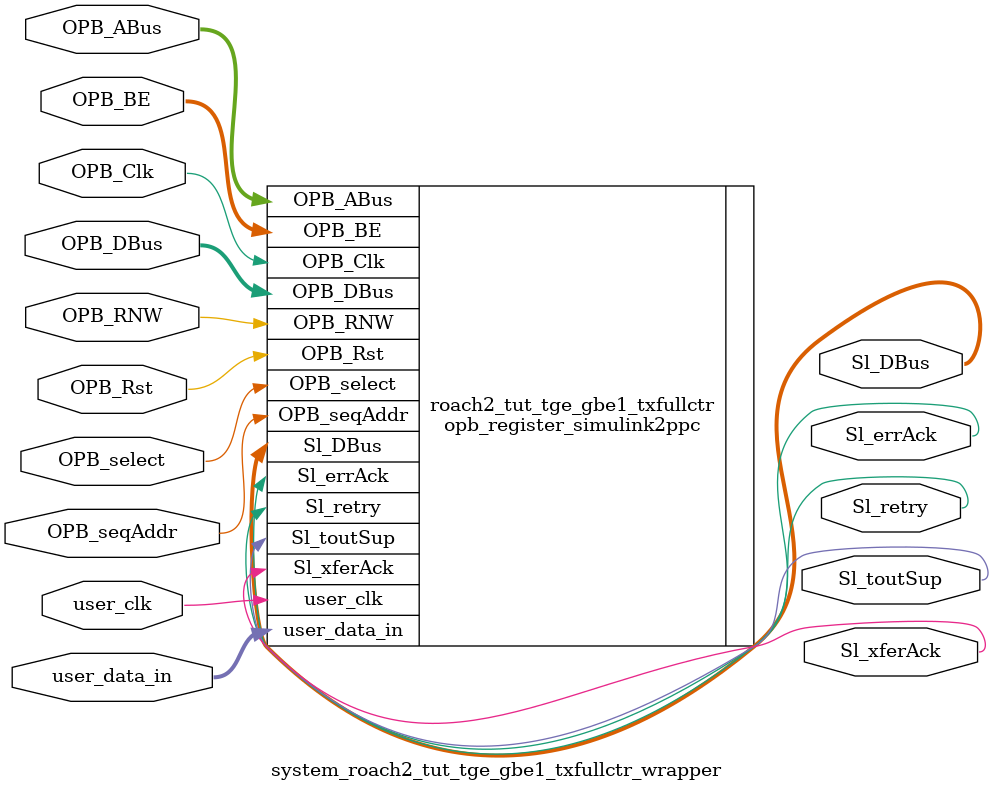
<source format=v>

module system_roach2_tut_tge_gbe1_txfullctr_wrapper
  (
    OPB_Clk,
    OPB_Rst,
    Sl_DBus,
    Sl_errAck,
    Sl_retry,
    Sl_toutSup,
    Sl_xferAck,
    OPB_ABus,
    OPB_BE,
    OPB_DBus,
    OPB_RNW,
    OPB_select,
    OPB_seqAddr,
    user_data_in,
    user_clk
  );
  input OPB_Clk;
  input OPB_Rst;
  output [0:31] Sl_DBus;
  output Sl_errAck;
  output Sl_retry;
  output Sl_toutSup;
  output Sl_xferAck;
  input [0:31] OPB_ABus;
  input [0:3] OPB_BE;
  input [0:31] OPB_DBus;
  input OPB_RNW;
  input OPB_select;
  input OPB_seqAddr;
  input [31:0] user_data_in;
  input user_clk;

  opb_register_simulink2ppc
    #(
      .C_BASEADDR ( 32'h010C0400 ),
      .C_HIGHADDR ( 32'h010C04FF ),
      .C_OPB_AWIDTH ( 32 ),
      .C_OPB_DWIDTH ( 32 ),
      .C_FAMILY ( "virtex6" )
    )
    roach2_tut_tge_gbe1_txfullctr (
      .OPB_Clk ( OPB_Clk ),
      .OPB_Rst ( OPB_Rst ),
      .Sl_DBus ( Sl_DBus ),
      .Sl_errAck ( Sl_errAck ),
      .Sl_retry ( Sl_retry ),
      .Sl_toutSup ( Sl_toutSup ),
      .Sl_xferAck ( Sl_xferAck ),
      .OPB_ABus ( OPB_ABus ),
      .OPB_BE ( OPB_BE ),
      .OPB_DBus ( OPB_DBus ),
      .OPB_RNW ( OPB_RNW ),
      .OPB_select ( OPB_select ),
      .OPB_seqAddr ( OPB_seqAddr ),
      .user_data_in ( user_data_in ),
      .user_clk ( user_clk )
    );

endmodule


</source>
